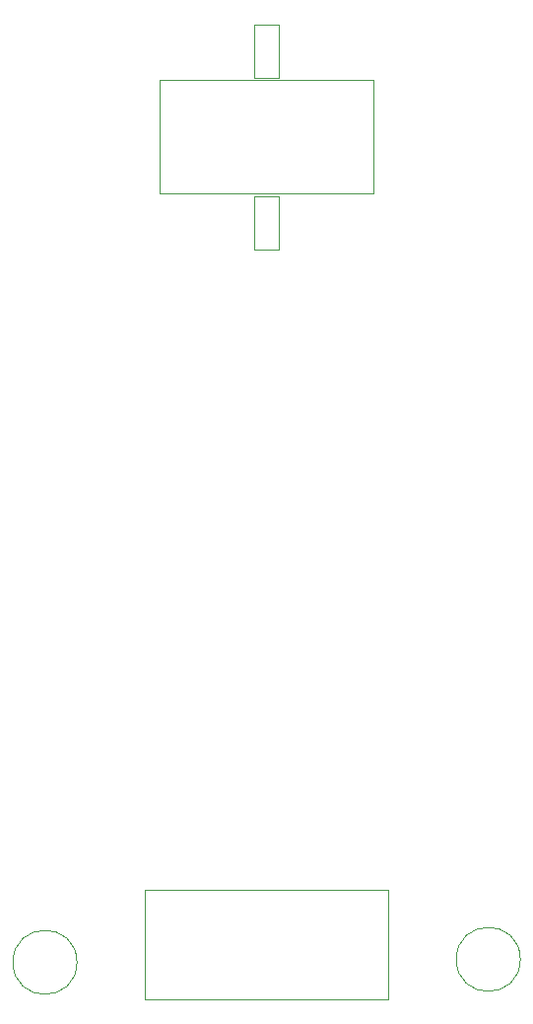
<source format=gbr>
G04 #@! TF.GenerationSoftware,KiCad,Pcbnew,(5.0.1)-4*
G04 #@! TF.CreationDate,2019-03-05T01:40:27-06:00*
G04 #@! TF.ProjectId,mult,6D756C742E6B696361645F7063620000,rev?*
G04 #@! TF.SameCoordinates,Original*
G04 #@! TF.FileFunction,Other,User*
%FSLAX46Y46*%
G04 Gerber Fmt 4.6, Leading zero omitted, Abs format (unit mm)*
G04 Created by KiCad (PCBNEW (5.0.1)-4) date 3/5/2019 1:40:27*
%MOMM*%
%LPD*%
G01*
G04 APERTURE LIST*
%ADD10C,0.050000*%
G04 APERTURE END LIST*
D10*
G04 #@! TO.C,C1*
X-151814000Y122417000D02*
X-153914000Y122417000D01*
X-153914000Y122417000D02*
X-153914000Y127017000D01*
X-153914000Y127017000D02*
X-151814000Y127017000D01*
X-151814000Y127017000D02*
X-151814000Y122417000D01*
G04 #@! TO.C,C2*
X-151814000Y112285000D02*
X-151814000Y107685000D01*
X-153914000Y112285000D02*
X-151814000Y112285000D01*
X-153914000Y107685000D02*
X-153914000Y112285000D01*
X-151814000Y107685000D02*
X-153914000Y107685000D01*
G04 #@! TO.C,C3*
X-169164000Y46525000D02*
G75*
G03X-169164000Y46525000I-2750000J0D01*
G01*
G04 #@! TO.C,C4*
X-131064000Y46779000D02*
G75*
G03X-131064000Y46779000I-2750000J0D01*
G01*
G04 #@! TO.C,U1*
X-162034000Y122281000D02*
X-143684000Y122281000D01*
X-143684000Y122281000D02*
X-143684000Y112481000D01*
X-143684000Y112481000D02*
X-162034000Y112481000D01*
X-162034000Y112481000D02*
X-162034000Y122281000D01*
G04 #@! TO.C,JP1*
X-142434000Y52709000D02*
X-163294000Y52709000D01*
X-163294000Y52709000D02*
X-163294000Y43349000D01*
X-163294000Y43349000D02*
X-142434000Y43349000D01*
X-142434000Y43349000D02*
X-142434000Y52709000D01*
G04 #@! TD*
M02*

</source>
